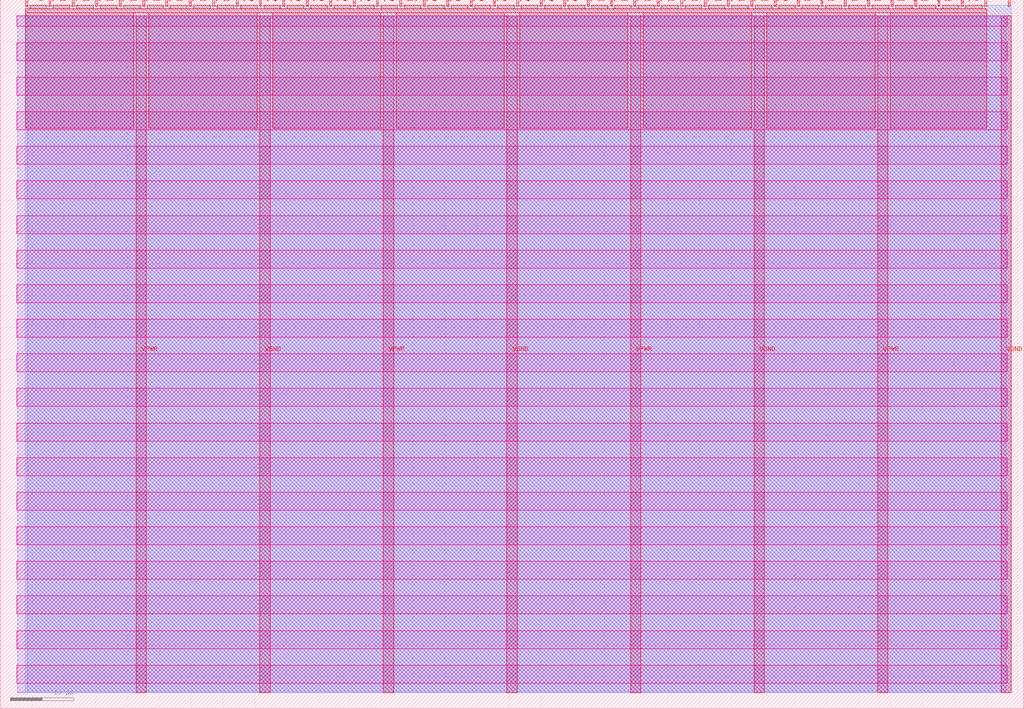
<source format=lef>
VERSION 5.7 ;
  NOWIREEXTENSIONATPIN ON ;
  DIVIDERCHAR "/" ;
  BUSBITCHARS "[]" ;
MACRO tt_um_aidenfoxivey
  CLASS BLOCK ;
  FOREIGN tt_um_aidenfoxivey ;
  ORIGIN 0.000 0.000 ;
  SIZE 161.000 BY 111.520 ;
  PIN VGND
    DIRECTION INOUT ;
    USE GROUND ;
    PORT
      LAYER met4 ;
        RECT 40.830 2.480 42.430 109.040 ;
    END
    PORT
      LAYER met4 ;
        RECT 79.700 2.480 81.300 109.040 ;
    END
    PORT
      LAYER met4 ;
        RECT 118.570 2.480 120.170 109.040 ;
    END
    PORT
      LAYER met4 ;
        RECT 157.440 2.480 159.040 109.040 ;
    END
  END VGND
  PIN VPWR
    DIRECTION INOUT ;
    USE POWER ;
    PORT
      LAYER met4 ;
        RECT 21.395 2.480 22.995 109.040 ;
    END
    PORT
      LAYER met4 ;
        RECT 60.265 2.480 61.865 109.040 ;
    END
    PORT
      LAYER met4 ;
        RECT 99.135 2.480 100.735 109.040 ;
    END
    PORT
      LAYER met4 ;
        RECT 138.005 2.480 139.605 109.040 ;
    END
  END VPWR
  PIN clk
    DIRECTION INPUT ;
    USE SIGNAL ;
    ANTENNAGATEAREA 0.852000 ;
    PORT
      LAYER met4 ;
        RECT 154.870 110.520 155.170 111.520 ;
    END
  END clk
  PIN ena
    DIRECTION INPUT ;
    USE SIGNAL ;
    PORT
      LAYER met4 ;
        RECT 158.550 110.520 158.850 111.520 ;
    END
  END ena
  PIN rst_n
    DIRECTION INPUT ;
    USE SIGNAL ;
    ANTENNAGATEAREA 0.159000 ;
    PORT
      LAYER met4 ;
        RECT 151.190 110.520 151.490 111.520 ;
    END
  END rst_n
  PIN ui_in[0]
    DIRECTION INPUT ;
    USE SIGNAL ;
    ANTENNAGATEAREA 0.196500 ;
    PORT
      LAYER met4 ;
        RECT 147.510 110.520 147.810 111.520 ;
    END
  END ui_in[0]
  PIN ui_in[1]
    DIRECTION INPUT ;
    USE SIGNAL ;
    ANTENNAGATEAREA 0.196500 ;
    PORT
      LAYER met4 ;
        RECT 143.830 110.520 144.130 111.520 ;
    END
  END ui_in[1]
  PIN ui_in[2]
    DIRECTION INPUT ;
    USE SIGNAL ;
    ANTENNAGATEAREA 0.196500 ;
    PORT
      LAYER met4 ;
        RECT 140.150 110.520 140.450 111.520 ;
    END
  END ui_in[2]
  PIN ui_in[3]
    DIRECTION INPUT ;
    USE SIGNAL ;
    ANTENNAGATEAREA 0.196500 ;
    PORT
      LAYER met4 ;
        RECT 136.470 110.520 136.770 111.520 ;
    END
  END ui_in[3]
  PIN ui_in[4]
    DIRECTION INPUT ;
    USE SIGNAL ;
    ANTENNAGATEAREA 0.196500 ;
    PORT
      LAYER met4 ;
        RECT 132.790 110.520 133.090 111.520 ;
    END
  END ui_in[4]
  PIN ui_in[5]
    DIRECTION INPUT ;
    USE SIGNAL ;
    ANTENNAGATEAREA 0.196500 ;
    PORT
      LAYER met4 ;
        RECT 129.110 110.520 129.410 111.520 ;
    END
  END ui_in[5]
  PIN ui_in[6]
    DIRECTION INPUT ;
    USE SIGNAL ;
    ANTENNAGATEAREA 0.196500 ;
    PORT
      LAYER met4 ;
        RECT 125.430 110.520 125.730 111.520 ;
    END
  END ui_in[6]
  PIN ui_in[7]
    DIRECTION INPUT ;
    USE SIGNAL ;
    ANTENNAGATEAREA 0.196500 ;
    PORT
      LAYER met4 ;
        RECT 121.750 110.520 122.050 111.520 ;
    END
  END ui_in[7]
  PIN uio_in[0]
    DIRECTION INPUT ;
    USE SIGNAL ;
    ANTENNAGATEAREA 0.159000 ;
    PORT
      LAYER met4 ;
        RECT 118.070 110.520 118.370 111.520 ;
    END
  END uio_in[0]
  PIN uio_in[1]
    DIRECTION INPUT ;
    USE SIGNAL ;
    PORT
      LAYER met4 ;
        RECT 114.390 110.520 114.690 111.520 ;
    END
  END uio_in[1]
  PIN uio_in[2]
    DIRECTION INPUT ;
    USE SIGNAL ;
    PORT
      LAYER met4 ;
        RECT 110.710 110.520 111.010 111.520 ;
    END
  END uio_in[2]
  PIN uio_in[3]
    DIRECTION INPUT ;
    USE SIGNAL ;
    PORT
      LAYER met4 ;
        RECT 107.030 110.520 107.330 111.520 ;
    END
  END uio_in[3]
  PIN uio_in[4]
    DIRECTION INPUT ;
    USE SIGNAL ;
    PORT
      LAYER met4 ;
        RECT 103.350 110.520 103.650 111.520 ;
    END
  END uio_in[4]
  PIN uio_in[5]
    DIRECTION INPUT ;
    USE SIGNAL ;
    PORT
      LAYER met4 ;
        RECT 99.670 110.520 99.970 111.520 ;
    END
  END uio_in[5]
  PIN uio_in[6]
    DIRECTION INPUT ;
    USE SIGNAL ;
    PORT
      LAYER met4 ;
        RECT 95.990 110.520 96.290 111.520 ;
    END
  END uio_in[6]
  PIN uio_in[7]
    DIRECTION INPUT ;
    USE SIGNAL ;
    PORT
      LAYER met4 ;
        RECT 92.310 110.520 92.610 111.520 ;
    END
  END uio_in[7]
  PIN uio_oe[0]
    DIRECTION OUTPUT TRISTATE ;
    USE SIGNAL ;
    PORT
      LAYER met4 ;
        RECT 29.750 110.520 30.050 111.520 ;
    END
  END uio_oe[0]
  PIN uio_oe[1]
    DIRECTION OUTPUT TRISTATE ;
    USE SIGNAL ;
    PORT
      LAYER met4 ;
        RECT 26.070 110.520 26.370 111.520 ;
    END
  END uio_oe[1]
  PIN uio_oe[2]
    DIRECTION OUTPUT TRISTATE ;
    USE SIGNAL ;
    PORT
      LAYER met4 ;
        RECT 22.390 110.520 22.690 111.520 ;
    END
  END uio_oe[2]
  PIN uio_oe[3]
    DIRECTION OUTPUT TRISTATE ;
    USE SIGNAL ;
    PORT
      LAYER met4 ;
        RECT 18.710 110.520 19.010 111.520 ;
    END
  END uio_oe[3]
  PIN uio_oe[4]
    DIRECTION OUTPUT TRISTATE ;
    USE SIGNAL ;
    PORT
      LAYER met4 ;
        RECT 15.030 110.520 15.330 111.520 ;
    END
  END uio_oe[4]
  PIN uio_oe[5]
    DIRECTION OUTPUT TRISTATE ;
    USE SIGNAL ;
    PORT
      LAYER met4 ;
        RECT 11.350 110.520 11.650 111.520 ;
    END
  END uio_oe[5]
  PIN uio_oe[6]
    DIRECTION OUTPUT TRISTATE ;
    USE SIGNAL ;
    PORT
      LAYER met4 ;
        RECT 7.670 110.520 7.970 111.520 ;
    END
  END uio_oe[6]
  PIN uio_oe[7]
    DIRECTION OUTPUT TRISTATE ;
    USE SIGNAL ;
    PORT
      LAYER met4 ;
        RECT 3.990 110.520 4.290 111.520 ;
    END
  END uio_oe[7]
  PIN uio_out[0]
    DIRECTION OUTPUT TRISTATE ;
    USE SIGNAL ;
    PORT
      LAYER met4 ;
        RECT 59.190 110.520 59.490 111.520 ;
    END
  END uio_out[0]
  PIN uio_out[1]
    DIRECTION OUTPUT TRISTATE ;
    USE SIGNAL ;
    PORT
      LAYER met4 ;
        RECT 55.510 110.520 55.810 111.520 ;
    END
  END uio_out[1]
  PIN uio_out[2]
    DIRECTION OUTPUT TRISTATE ;
    USE SIGNAL ;
    PORT
      LAYER met4 ;
        RECT 51.830 110.520 52.130 111.520 ;
    END
  END uio_out[2]
  PIN uio_out[3]
    DIRECTION OUTPUT TRISTATE ;
    USE SIGNAL ;
    PORT
      LAYER met4 ;
        RECT 48.150 110.520 48.450 111.520 ;
    END
  END uio_out[3]
  PIN uio_out[4]
    DIRECTION OUTPUT TRISTATE ;
    USE SIGNAL ;
    PORT
      LAYER met4 ;
        RECT 44.470 110.520 44.770 111.520 ;
    END
  END uio_out[4]
  PIN uio_out[5]
    DIRECTION OUTPUT TRISTATE ;
    USE SIGNAL ;
    PORT
      LAYER met4 ;
        RECT 40.790 110.520 41.090 111.520 ;
    END
  END uio_out[5]
  PIN uio_out[6]
    DIRECTION OUTPUT TRISTATE ;
    USE SIGNAL ;
    PORT
      LAYER met4 ;
        RECT 37.110 110.520 37.410 111.520 ;
    END
  END uio_out[6]
  PIN uio_out[7]
    DIRECTION OUTPUT TRISTATE ;
    USE SIGNAL ;
    PORT
      LAYER met4 ;
        RECT 33.430 110.520 33.730 111.520 ;
    END
  END uio_out[7]
  PIN uo_out[0]
    DIRECTION OUTPUT TRISTATE ;
    USE SIGNAL ;
    ANTENNAGATEAREA 1.116000 ;
    ANTENNADIFFAREA 0.891000 ;
    PORT
      LAYER met4 ;
        RECT 88.630 110.520 88.930 111.520 ;
    END
  END uo_out[0]
  PIN uo_out[1]
    DIRECTION OUTPUT TRISTATE ;
    USE SIGNAL ;
    ANTENNAGATEAREA 1.237500 ;
    ANTENNADIFFAREA 0.891000 ;
    PORT
      LAYER met4 ;
        RECT 84.950 110.520 85.250 111.520 ;
    END
  END uo_out[1]
  PIN uo_out[2]
    DIRECTION OUTPUT TRISTATE ;
    USE SIGNAL ;
    ANTENNAGATEAREA 1.611000 ;
    ANTENNADIFFAREA 0.891000 ;
    PORT
      LAYER met4 ;
        RECT 81.270 110.520 81.570 111.520 ;
    END
  END uo_out[2]
  PIN uo_out[3]
    DIRECTION OUTPUT TRISTATE ;
    USE SIGNAL ;
    ANTENNAGATEAREA 1.611000 ;
    ANTENNADIFFAREA 0.891000 ;
    PORT
      LAYER met4 ;
        RECT 77.590 110.520 77.890 111.520 ;
    END
  END uo_out[3]
  PIN uo_out[4]
    DIRECTION OUTPUT TRISTATE ;
    USE SIGNAL ;
    ANTENNAGATEAREA 0.990000 ;
    ANTENNADIFFAREA 0.891000 ;
    PORT
      LAYER met4 ;
        RECT 73.910 110.520 74.210 111.520 ;
    END
  END uo_out[4]
  PIN uo_out[5]
    DIRECTION OUTPUT TRISTATE ;
    USE SIGNAL ;
    ANTENNAGATEAREA 0.990000 ;
    ANTENNADIFFAREA 0.891000 ;
    PORT
      LAYER met4 ;
        RECT 70.230 110.520 70.530 111.520 ;
    END
  END uo_out[5]
  PIN uo_out[6]
    DIRECTION OUTPUT TRISTATE ;
    USE SIGNAL ;
    ANTENNAGATEAREA 1.116000 ;
    ANTENNADIFFAREA 0.891000 ;
    PORT
      LAYER met4 ;
        RECT 66.550 110.520 66.850 111.520 ;
    END
  END uo_out[6]
  PIN uo_out[7]
    DIRECTION OUTPUT TRISTATE ;
    USE SIGNAL ;
    ANTENNAGATEAREA 1.116000 ;
    ANTENNADIFFAREA 0.891000 ;
    PORT
      LAYER met4 ;
        RECT 62.870 110.520 63.170 111.520 ;
    END
  END uo_out[7]
  OBS
      LAYER nwell ;
        RECT 2.570 107.385 158.430 108.990 ;
        RECT 2.570 101.945 158.430 104.775 ;
        RECT 2.570 96.505 158.430 99.335 ;
        RECT 2.570 91.065 158.430 93.895 ;
        RECT 2.570 85.625 158.430 88.455 ;
        RECT 2.570 80.185 158.430 83.015 ;
        RECT 2.570 74.745 158.430 77.575 ;
        RECT 2.570 69.305 158.430 72.135 ;
        RECT 2.570 63.865 158.430 66.695 ;
        RECT 2.570 58.425 158.430 61.255 ;
        RECT 2.570 52.985 158.430 55.815 ;
        RECT 2.570 47.545 158.430 50.375 ;
        RECT 2.570 42.105 158.430 44.935 ;
        RECT 2.570 36.665 158.430 39.495 ;
        RECT 2.570 31.225 158.430 34.055 ;
        RECT 2.570 25.785 158.430 28.615 ;
        RECT 2.570 20.345 158.430 23.175 ;
        RECT 2.570 14.905 158.430 17.735 ;
        RECT 2.570 9.465 158.430 12.295 ;
        RECT 2.570 4.025 158.430 6.855 ;
      LAYER li1 ;
        RECT 2.760 2.635 158.240 108.885 ;
      LAYER met1 ;
        RECT 2.760 2.480 159.040 109.040 ;
      LAYER met2 ;
        RECT 4.230 2.535 159.010 110.685 ;
      LAYER met3 ;
        RECT 3.950 2.555 159.030 110.665 ;
      LAYER met4 ;
        RECT 4.690 110.120 7.270 110.665 ;
        RECT 8.370 110.120 10.950 110.665 ;
        RECT 12.050 110.120 14.630 110.665 ;
        RECT 15.730 110.120 18.310 110.665 ;
        RECT 19.410 110.120 21.990 110.665 ;
        RECT 23.090 110.120 25.670 110.665 ;
        RECT 26.770 110.120 29.350 110.665 ;
        RECT 30.450 110.120 33.030 110.665 ;
        RECT 34.130 110.120 36.710 110.665 ;
        RECT 37.810 110.120 40.390 110.665 ;
        RECT 41.490 110.120 44.070 110.665 ;
        RECT 45.170 110.120 47.750 110.665 ;
        RECT 48.850 110.120 51.430 110.665 ;
        RECT 52.530 110.120 55.110 110.665 ;
        RECT 56.210 110.120 58.790 110.665 ;
        RECT 59.890 110.120 62.470 110.665 ;
        RECT 63.570 110.120 66.150 110.665 ;
        RECT 67.250 110.120 69.830 110.665 ;
        RECT 70.930 110.120 73.510 110.665 ;
        RECT 74.610 110.120 77.190 110.665 ;
        RECT 78.290 110.120 80.870 110.665 ;
        RECT 81.970 110.120 84.550 110.665 ;
        RECT 85.650 110.120 88.230 110.665 ;
        RECT 89.330 110.120 91.910 110.665 ;
        RECT 93.010 110.120 95.590 110.665 ;
        RECT 96.690 110.120 99.270 110.665 ;
        RECT 100.370 110.120 102.950 110.665 ;
        RECT 104.050 110.120 106.630 110.665 ;
        RECT 107.730 110.120 110.310 110.665 ;
        RECT 111.410 110.120 113.990 110.665 ;
        RECT 115.090 110.120 117.670 110.665 ;
        RECT 118.770 110.120 121.350 110.665 ;
        RECT 122.450 110.120 125.030 110.665 ;
        RECT 126.130 110.120 128.710 110.665 ;
        RECT 129.810 110.120 132.390 110.665 ;
        RECT 133.490 110.120 136.070 110.665 ;
        RECT 137.170 110.120 139.750 110.665 ;
        RECT 140.850 110.120 143.430 110.665 ;
        RECT 144.530 110.120 147.110 110.665 ;
        RECT 148.210 110.120 150.790 110.665 ;
        RECT 151.890 110.120 154.470 110.665 ;
        RECT 3.975 109.440 155.185 110.120 ;
        RECT 3.975 91.295 20.995 109.440 ;
        RECT 23.395 91.295 40.430 109.440 ;
        RECT 42.830 91.295 59.865 109.440 ;
        RECT 62.265 91.295 79.300 109.440 ;
        RECT 81.700 91.295 98.735 109.440 ;
        RECT 101.135 91.295 118.170 109.440 ;
        RECT 120.570 91.295 137.605 109.440 ;
        RECT 140.005 91.295 155.185 109.440 ;
  END
END tt_um_aidenfoxivey
END LIBRARY


</source>
